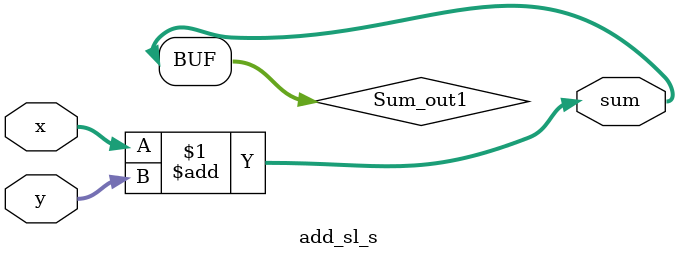
<source format=v>



`timescale 1 ns / 1 ns

module add_sl_s
          (x,
           y,
           sum);


  input   signed [7:0] x;  // int8
  input   signed [7:0] y;  // int8
  output  signed [7:0] sum;  // int8

  wire signed [7:0] Sum_out1;  // int8


  assign Sum_out1 = x + y;



  assign sum = Sum_out1;

endmodule  // add_sl_s


</source>
